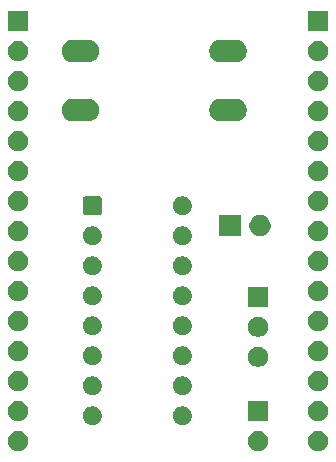
<source format=gbr>
%TF.GenerationSoftware,KiCad,Pcbnew,9.0.3*%
%TF.CreationDate,2025-08-23T20:31:56+05:30*%
%TF.ProjectId,Design1,44657369-676e-4312-9e6b-696361645f70,rev?*%
%TF.SameCoordinates,Original*%
%TF.FileFunction,Soldermask,Top*%
%TF.FilePolarity,Negative*%
%FSLAX46Y46*%
G04 Gerber Fmt 4.6, Leading zero omitted, Abs format (unit mm)*
G04 Created by KiCad (PCBNEW 9.0.3) date 2025-08-23 20:31:56*
%MOMM*%
%LPD*%
G01*
G04 APERTURE LIST*
G04 APERTURE END LIST*
G36*
X132326742Y-95706601D02*
G01*
X132480687Y-95770367D01*
X132619234Y-95862941D01*
X132737059Y-95980766D01*
X132829633Y-96119313D01*
X132893399Y-96273258D01*
X132925907Y-96436685D01*
X132925907Y-96603315D01*
X132893399Y-96766742D01*
X132829633Y-96920687D01*
X132737059Y-97059234D01*
X132619234Y-97177059D01*
X132480687Y-97269633D01*
X132326742Y-97333399D01*
X132163315Y-97365907D01*
X131996685Y-97365907D01*
X131833258Y-97333399D01*
X131679313Y-97269633D01*
X131540766Y-97177059D01*
X131422941Y-97059234D01*
X131330367Y-96920687D01*
X131266601Y-96766742D01*
X131234093Y-96603315D01*
X131234093Y-96436685D01*
X131266601Y-96273258D01*
X131330367Y-96119313D01*
X131422941Y-95980766D01*
X131540766Y-95862941D01*
X131679313Y-95770367D01*
X131833258Y-95706601D01*
X131996685Y-95674093D01*
X132163315Y-95674093D01*
X132326742Y-95706601D01*
G37*
G36*
X152646742Y-95706601D02*
G01*
X152800687Y-95770367D01*
X152939234Y-95862941D01*
X153057059Y-95980766D01*
X153149633Y-96119313D01*
X153213399Y-96273258D01*
X153245907Y-96436685D01*
X153245907Y-96603315D01*
X153213399Y-96766742D01*
X153149633Y-96920687D01*
X153057059Y-97059234D01*
X152939234Y-97177059D01*
X152800687Y-97269633D01*
X152646742Y-97333399D01*
X152483315Y-97365907D01*
X152316685Y-97365907D01*
X152153258Y-97333399D01*
X151999313Y-97269633D01*
X151860766Y-97177059D01*
X151742941Y-97059234D01*
X151650367Y-96920687D01*
X151586601Y-96766742D01*
X151554093Y-96603315D01*
X151554093Y-96436685D01*
X151586601Y-96273258D01*
X151650367Y-96119313D01*
X151742941Y-95980766D01*
X151860766Y-95862941D01*
X151999313Y-95770367D01*
X152153258Y-95706601D01*
X152316685Y-95674093D01*
X152483315Y-95674093D01*
X152646742Y-95706601D01*
G37*
G36*
X157726742Y-95706601D02*
G01*
X157880687Y-95770367D01*
X158019234Y-95862941D01*
X158137059Y-95980766D01*
X158229633Y-96119313D01*
X158293399Y-96273258D01*
X158325907Y-96436685D01*
X158325907Y-96603315D01*
X158293399Y-96766742D01*
X158229633Y-96920687D01*
X158137059Y-97059234D01*
X158019234Y-97177059D01*
X157880687Y-97269633D01*
X157726742Y-97333399D01*
X157563315Y-97365907D01*
X157396685Y-97365907D01*
X157233258Y-97333399D01*
X157079313Y-97269633D01*
X156940766Y-97177059D01*
X156822941Y-97059234D01*
X156730367Y-96920687D01*
X156666601Y-96766742D01*
X156634093Y-96603315D01*
X156634093Y-96436685D01*
X156666601Y-96273258D01*
X156730367Y-96119313D01*
X156822941Y-95980766D01*
X156940766Y-95862941D01*
X157079313Y-95770367D01*
X157233258Y-95706601D01*
X157396685Y-95674093D01*
X157563315Y-95674093D01*
X157726742Y-95706601D01*
G37*
G36*
X138602228Y-93604448D02*
G01*
X138747117Y-93664463D01*
X138877515Y-93751592D01*
X138988408Y-93862485D01*
X139075537Y-93992883D01*
X139135552Y-94137772D01*
X139166148Y-94291586D01*
X139166148Y-94448414D01*
X139135552Y-94602228D01*
X139075537Y-94747117D01*
X138988408Y-94877515D01*
X138877515Y-94988408D01*
X138747117Y-95075537D01*
X138602228Y-95135552D01*
X138448414Y-95166148D01*
X138291586Y-95166148D01*
X138137772Y-95135552D01*
X137992883Y-95075537D01*
X137862485Y-94988408D01*
X137751592Y-94877515D01*
X137664463Y-94747117D01*
X137604448Y-94602228D01*
X137573852Y-94448414D01*
X137573852Y-94291586D01*
X137604448Y-94137772D01*
X137664463Y-93992883D01*
X137751592Y-93862485D01*
X137862485Y-93751592D01*
X137992883Y-93664463D01*
X138137772Y-93604448D01*
X138291586Y-93573852D01*
X138448414Y-93573852D01*
X138602228Y-93604448D01*
G37*
G36*
X146222228Y-93604448D02*
G01*
X146367117Y-93664463D01*
X146497515Y-93751592D01*
X146608408Y-93862485D01*
X146695537Y-93992883D01*
X146755552Y-94137772D01*
X146786148Y-94291586D01*
X146786148Y-94448414D01*
X146755552Y-94602228D01*
X146695537Y-94747117D01*
X146608408Y-94877515D01*
X146497515Y-94988408D01*
X146367117Y-95075537D01*
X146222228Y-95135552D01*
X146068414Y-95166148D01*
X145911586Y-95166148D01*
X145757772Y-95135552D01*
X145612883Y-95075537D01*
X145482485Y-94988408D01*
X145371592Y-94877515D01*
X145284463Y-94747117D01*
X145224448Y-94602228D01*
X145193852Y-94448414D01*
X145193852Y-94291586D01*
X145224448Y-94137772D01*
X145284463Y-93992883D01*
X145371592Y-93862485D01*
X145482485Y-93751592D01*
X145612883Y-93664463D01*
X145757772Y-93604448D01*
X145911586Y-93573852D01*
X146068414Y-93573852D01*
X146222228Y-93604448D01*
G37*
G36*
X153250000Y-94830000D02*
G01*
X151550000Y-94830000D01*
X151550000Y-93130000D01*
X153250000Y-93130000D01*
X153250000Y-94830000D01*
G37*
G36*
X132326742Y-93166601D02*
G01*
X132480687Y-93230367D01*
X132619234Y-93322941D01*
X132737059Y-93440766D01*
X132829633Y-93579313D01*
X132893399Y-93733258D01*
X132925907Y-93896685D01*
X132925907Y-94063315D01*
X132893399Y-94226742D01*
X132829633Y-94380687D01*
X132737059Y-94519234D01*
X132619234Y-94637059D01*
X132480687Y-94729633D01*
X132326742Y-94793399D01*
X132163315Y-94825907D01*
X131996685Y-94825907D01*
X131833258Y-94793399D01*
X131679313Y-94729633D01*
X131540766Y-94637059D01*
X131422941Y-94519234D01*
X131330367Y-94380687D01*
X131266601Y-94226742D01*
X131234093Y-94063315D01*
X131234093Y-93896685D01*
X131266601Y-93733258D01*
X131330367Y-93579313D01*
X131422941Y-93440766D01*
X131540766Y-93322941D01*
X131679313Y-93230367D01*
X131833258Y-93166601D01*
X131996685Y-93134093D01*
X132163315Y-93134093D01*
X132326742Y-93166601D01*
G37*
G36*
X157726742Y-93166601D02*
G01*
X157880687Y-93230367D01*
X158019234Y-93322941D01*
X158137059Y-93440766D01*
X158229633Y-93579313D01*
X158293399Y-93733258D01*
X158325907Y-93896685D01*
X158325907Y-94063315D01*
X158293399Y-94226742D01*
X158229633Y-94380687D01*
X158137059Y-94519234D01*
X158019234Y-94637059D01*
X157880687Y-94729633D01*
X157726742Y-94793399D01*
X157563315Y-94825907D01*
X157396685Y-94825907D01*
X157233258Y-94793399D01*
X157079313Y-94729633D01*
X156940766Y-94637059D01*
X156822941Y-94519234D01*
X156730367Y-94380687D01*
X156666601Y-94226742D01*
X156634093Y-94063315D01*
X156634093Y-93896685D01*
X156666601Y-93733258D01*
X156730367Y-93579313D01*
X156822941Y-93440766D01*
X156940766Y-93322941D01*
X157079313Y-93230367D01*
X157233258Y-93166601D01*
X157396685Y-93134093D01*
X157563315Y-93134093D01*
X157726742Y-93166601D01*
G37*
G36*
X138602228Y-91064448D02*
G01*
X138747117Y-91124463D01*
X138877515Y-91211592D01*
X138988408Y-91322485D01*
X139075537Y-91452883D01*
X139135552Y-91597772D01*
X139166148Y-91751586D01*
X139166148Y-91908414D01*
X139135552Y-92062228D01*
X139075537Y-92207117D01*
X138988408Y-92337515D01*
X138877515Y-92448408D01*
X138747117Y-92535537D01*
X138602228Y-92595552D01*
X138448414Y-92626148D01*
X138291586Y-92626148D01*
X138137772Y-92595552D01*
X137992883Y-92535537D01*
X137862485Y-92448408D01*
X137751592Y-92337515D01*
X137664463Y-92207117D01*
X137604448Y-92062228D01*
X137573852Y-91908414D01*
X137573852Y-91751586D01*
X137604448Y-91597772D01*
X137664463Y-91452883D01*
X137751592Y-91322485D01*
X137862485Y-91211592D01*
X137992883Y-91124463D01*
X138137772Y-91064448D01*
X138291586Y-91033852D01*
X138448414Y-91033852D01*
X138602228Y-91064448D01*
G37*
G36*
X146222228Y-91064448D02*
G01*
X146367117Y-91124463D01*
X146497515Y-91211592D01*
X146608408Y-91322485D01*
X146695537Y-91452883D01*
X146755552Y-91597772D01*
X146786148Y-91751586D01*
X146786148Y-91908414D01*
X146755552Y-92062228D01*
X146695537Y-92207117D01*
X146608408Y-92337515D01*
X146497515Y-92448408D01*
X146367117Y-92535537D01*
X146222228Y-92595552D01*
X146068414Y-92626148D01*
X145911586Y-92626148D01*
X145757772Y-92595552D01*
X145612883Y-92535537D01*
X145482485Y-92448408D01*
X145371592Y-92337515D01*
X145284463Y-92207117D01*
X145224448Y-92062228D01*
X145193852Y-91908414D01*
X145193852Y-91751586D01*
X145224448Y-91597772D01*
X145284463Y-91452883D01*
X145371592Y-91322485D01*
X145482485Y-91211592D01*
X145612883Y-91124463D01*
X145757772Y-91064448D01*
X145911586Y-91033852D01*
X146068414Y-91033852D01*
X146222228Y-91064448D01*
G37*
G36*
X132326742Y-90626601D02*
G01*
X132480687Y-90690367D01*
X132619234Y-90782941D01*
X132737059Y-90900766D01*
X132829633Y-91039313D01*
X132893399Y-91193258D01*
X132925907Y-91356685D01*
X132925907Y-91523315D01*
X132893399Y-91686742D01*
X132829633Y-91840687D01*
X132737059Y-91979234D01*
X132619234Y-92097059D01*
X132480687Y-92189633D01*
X132326742Y-92253399D01*
X132163315Y-92285907D01*
X131996685Y-92285907D01*
X131833258Y-92253399D01*
X131679313Y-92189633D01*
X131540766Y-92097059D01*
X131422941Y-91979234D01*
X131330367Y-91840687D01*
X131266601Y-91686742D01*
X131234093Y-91523315D01*
X131234093Y-91356685D01*
X131266601Y-91193258D01*
X131330367Y-91039313D01*
X131422941Y-90900766D01*
X131540766Y-90782941D01*
X131679313Y-90690367D01*
X131833258Y-90626601D01*
X131996685Y-90594093D01*
X132163315Y-90594093D01*
X132326742Y-90626601D01*
G37*
G36*
X157726742Y-90626601D02*
G01*
X157880687Y-90690367D01*
X158019234Y-90782941D01*
X158137059Y-90900766D01*
X158229633Y-91039313D01*
X158293399Y-91193258D01*
X158325907Y-91356685D01*
X158325907Y-91523315D01*
X158293399Y-91686742D01*
X158229633Y-91840687D01*
X158137059Y-91979234D01*
X158019234Y-92097059D01*
X157880687Y-92189633D01*
X157726742Y-92253399D01*
X157563315Y-92285907D01*
X157396685Y-92285907D01*
X157233258Y-92253399D01*
X157079313Y-92189633D01*
X156940766Y-92097059D01*
X156822941Y-91979234D01*
X156730367Y-91840687D01*
X156666601Y-91686742D01*
X156634093Y-91523315D01*
X156634093Y-91356685D01*
X156666601Y-91193258D01*
X156730367Y-91039313D01*
X156822941Y-90900766D01*
X156940766Y-90782941D01*
X157079313Y-90690367D01*
X157233258Y-90626601D01*
X157396685Y-90594093D01*
X157563315Y-90594093D01*
X157726742Y-90626601D01*
G37*
G36*
X152646742Y-88576601D02*
G01*
X152800687Y-88640367D01*
X152939234Y-88732941D01*
X153057059Y-88850766D01*
X153149633Y-88989313D01*
X153213399Y-89143258D01*
X153245907Y-89306685D01*
X153245907Y-89473315D01*
X153213399Y-89636742D01*
X153149633Y-89790687D01*
X153057059Y-89929234D01*
X152939234Y-90047059D01*
X152800687Y-90139633D01*
X152646742Y-90203399D01*
X152483315Y-90235907D01*
X152316685Y-90235907D01*
X152153258Y-90203399D01*
X151999313Y-90139633D01*
X151860766Y-90047059D01*
X151742941Y-89929234D01*
X151650367Y-89790687D01*
X151586601Y-89636742D01*
X151554093Y-89473315D01*
X151554093Y-89306685D01*
X151586601Y-89143258D01*
X151650367Y-88989313D01*
X151742941Y-88850766D01*
X151860766Y-88732941D01*
X151999313Y-88640367D01*
X152153258Y-88576601D01*
X152316685Y-88544093D01*
X152483315Y-88544093D01*
X152646742Y-88576601D01*
G37*
G36*
X138602228Y-88524448D02*
G01*
X138747117Y-88584463D01*
X138877515Y-88671592D01*
X138988408Y-88782485D01*
X139075537Y-88912883D01*
X139135552Y-89057772D01*
X139166148Y-89211586D01*
X139166148Y-89368414D01*
X139135552Y-89522228D01*
X139075537Y-89667117D01*
X138988408Y-89797515D01*
X138877515Y-89908408D01*
X138747117Y-89995537D01*
X138602228Y-90055552D01*
X138448414Y-90086148D01*
X138291586Y-90086148D01*
X138137772Y-90055552D01*
X137992883Y-89995537D01*
X137862485Y-89908408D01*
X137751592Y-89797515D01*
X137664463Y-89667117D01*
X137604448Y-89522228D01*
X137573852Y-89368414D01*
X137573852Y-89211586D01*
X137604448Y-89057772D01*
X137664463Y-88912883D01*
X137751592Y-88782485D01*
X137862485Y-88671592D01*
X137992883Y-88584463D01*
X138137772Y-88524448D01*
X138291586Y-88493852D01*
X138448414Y-88493852D01*
X138602228Y-88524448D01*
G37*
G36*
X146222228Y-88524448D02*
G01*
X146367117Y-88584463D01*
X146497515Y-88671592D01*
X146608408Y-88782485D01*
X146695537Y-88912883D01*
X146755552Y-89057772D01*
X146786148Y-89211586D01*
X146786148Y-89368414D01*
X146755552Y-89522228D01*
X146695537Y-89667117D01*
X146608408Y-89797515D01*
X146497515Y-89908408D01*
X146367117Y-89995537D01*
X146222228Y-90055552D01*
X146068414Y-90086148D01*
X145911586Y-90086148D01*
X145757772Y-90055552D01*
X145612883Y-89995537D01*
X145482485Y-89908408D01*
X145371592Y-89797515D01*
X145284463Y-89667117D01*
X145224448Y-89522228D01*
X145193852Y-89368414D01*
X145193852Y-89211586D01*
X145224448Y-89057772D01*
X145284463Y-88912883D01*
X145371592Y-88782485D01*
X145482485Y-88671592D01*
X145612883Y-88584463D01*
X145757772Y-88524448D01*
X145911586Y-88493852D01*
X146068414Y-88493852D01*
X146222228Y-88524448D01*
G37*
G36*
X132326742Y-88086601D02*
G01*
X132480687Y-88150367D01*
X132619234Y-88242941D01*
X132737059Y-88360766D01*
X132829633Y-88499313D01*
X132893399Y-88653258D01*
X132925907Y-88816685D01*
X132925907Y-88983315D01*
X132893399Y-89146742D01*
X132829633Y-89300687D01*
X132737059Y-89439234D01*
X132619234Y-89557059D01*
X132480687Y-89649633D01*
X132326742Y-89713399D01*
X132163315Y-89745907D01*
X131996685Y-89745907D01*
X131833258Y-89713399D01*
X131679313Y-89649633D01*
X131540766Y-89557059D01*
X131422941Y-89439234D01*
X131330367Y-89300687D01*
X131266601Y-89146742D01*
X131234093Y-88983315D01*
X131234093Y-88816685D01*
X131266601Y-88653258D01*
X131330367Y-88499313D01*
X131422941Y-88360766D01*
X131540766Y-88242941D01*
X131679313Y-88150367D01*
X131833258Y-88086601D01*
X131996685Y-88054093D01*
X132163315Y-88054093D01*
X132326742Y-88086601D01*
G37*
G36*
X157726742Y-88086601D02*
G01*
X157880687Y-88150367D01*
X158019234Y-88242941D01*
X158137059Y-88360766D01*
X158229633Y-88499313D01*
X158293399Y-88653258D01*
X158325907Y-88816685D01*
X158325907Y-88983315D01*
X158293399Y-89146742D01*
X158229633Y-89300687D01*
X158137059Y-89439234D01*
X158019234Y-89557059D01*
X157880687Y-89649633D01*
X157726742Y-89713399D01*
X157563315Y-89745907D01*
X157396685Y-89745907D01*
X157233258Y-89713399D01*
X157079313Y-89649633D01*
X156940766Y-89557059D01*
X156822941Y-89439234D01*
X156730367Y-89300687D01*
X156666601Y-89146742D01*
X156634093Y-88983315D01*
X156634093Y-88816685D01*
X156666601Y-88653258D01*
X156730367Y-88499313D01*
X156822941Y-88360766D01*
X156940766Y-88242941D01*
X157079313Y-88150367D01*
X157233258Y-88086601D01*
X157396685Y-88054093D01*
X157563315Y-88054093D01*
X157726742Y-88086601D01*
G37*
G36*
X152646742Y-86036601D02*
G01*
X152800687Y-86100367D01*
X152939234Y-86192941D01*
X153057059Y-86310766D01*
X153149633Y-86449313D01*
X153213399Y-86603258D01*
X153245907Y-86766685D01*
X153245907Y-86933315D01*
X153213399Y-87096742D01*
X153149633Y-87250687D01*
X153057059Y-87389234D01*
X152939234Y-87507059D01*
X152800687Y-87599633D01*
X152646742Y-87663399D01*
X152483315Y-87695907D01*
X152316685Y-87695907D01*
X152153258Y-87663399D01*
X151999313Y-87599633D01*
X151860766Y-87507059D01*
X151742941Y-87389234D01*
X151650367Y-87250687D01*
X151586601Y-87096742D01*
X151554093Y-86933315D01*
X151554093Y-86766685D01*
X151586601Y-86603258D01*
X151650367Y-86449313D01*
X151742941Y-86310766D01*
X151860766Y-86192941D01*
X151999313Y-86100367D01*
X152153258Y-86036601D01*
X152316685Y-86004093D01*
X152483315Y-86004093D01*
X152646742Y-86036601D01*
G37*
G36*
X138602228Y-85984448D02*
G01*
X138747117Y-86044463D01*
X138877515Y-86131592D01*
X138988408Y-86242485D01*
X139075537Y-86372883D01*
X139135552Y-86517772D01*
X139166148Y-86671586D01*
X139166148Y-86828414D01*
X139135552Y-86982228D01*
X139075537Y-87127117D01*
X138988408Y-87257515D01*
X138877515Y-87368408D01*
X138747117Y-87455537D01*
X138602228Y-87515552D01*
X138448414Y-87546148D01*
X138291586Y-87546148D01*
X138137772Y-87515552D01*
X137992883Y-87455537D01*
X137862485Y-87368408D01*
X137751592Y-87257515D01*
X137664463Y-87127117D01*
X137604448Y-86982228D01*
X137573852Y-86828414D01*
X137573852Y-86671586D01*
X137604448Y-86517772D01*
X137664463Y-86372883D01*
X137751592Y-86242485D01*
X137862485Y-86131592D01*
X137992883Y-86044463D01*
X138137772Y-85984448D01*
X138291586Y-85953852D01*
X138448414Y-85953852D01*
X138602228Y-85984448D01*
G37*
G36*
X146222228Y-85984448D02*
G01*
X146367117Y-86044463D01*
X146497515Y-86131592D01*
X146608408Y-86242485D01*
X146695537Y-86372883D01*
X146755552Y-86517772D01*
X146786148Y-86671586D01*
X146786148Y-86828414D01*
X146755552Y-86982228D01*
X146695537Y-87127117D01*
X146608408Y-87257515D01*
X146497515Y-87368408D01*
X146367117Y-87455537D01*
X146222228Y-87515552D01*
X146068414Y-87546148D01*
X145911586Y-87546148D01*
X145757772Y-87515552D01*
X145612883Y-87455537D01*
X145482485Y-87368408D01*
X145371592Y-87257515D01*
X145284463Y-87127117D01*
X145224448Y-86982228D01*
X145193852Y-86828414D01*
X145193852Y-86671586D01*
X145224448Y-86517772D01*
X145284463Y-86372883D01*
X145371592Y-86242485D01*
X145482485Y-86131592D01*
X145612883Y-86044463D01*
X145757772Y-85984448D01*
X145911586Y-85953852D01*
X146068414Y-85953852D01*
X146222228Y-85984448D01*
G37*
G36*
X132326742Y-85546601D02*
G01*
X132480687Y-85610367D01*
X132619234Y-85702941D01*
X132737059Y-85820766D01*
X132829633Y-85959313D01*
X132893399Y-86113258D01*
X132925907Y-86276685D01*
X132925907Y-86443315D01*
X132893399Y-86606742D01*
X132829633Y-86760687D01*
X132737059Y-86899234D01*
X132619234Y-87017059D01*
X132480687Y-87109633D01*
X132326742Y-87173399D01*
X132163315Y-87205907D01*
X131996685Y-87205907D01*
X131833258Y-87173399D01*
X131679313Y-87109633D01*
X131540766Y-87017059D01*
X131422941Y-86899234D01*
X131330367Y-86760687D01*
X131266601Y-86606742D01*
X131234093Y-86443315D01*
X131234093Y-86276685D01*
X131266601Y-86113258D01*
X131330367Y-85959313D01*
X131422941Y-85820766D01*
X131540766Y-85702941D01*
X131679313Y-85610367D01*
X131833258Y-85546601D01*
X131996685Y-85514093D01*
X132163315Y-85514093D01*
X132326742Y-85546601D01*
G37*
G36*
X157726742Y-85546601D02*
G01*
X157880687Y-85610367D01*
X158019234Y-85702941D01*
X158137059Y-85820766D01*
X158229633Y-85959313D01*
X158293399Y-86113258D01*
X158325907Y-86276685D01*
X158325907Y-86443315D01*
X158293399Y-86606742D01*
X158229633Y-86760687D01*
X158137059Y-86899234D01*
X158019234Y-87017059D01*
X157880687Y-87109633D01*
X157726742Y-87173399D01*
X157563315Y-87205907D01*
X157396685Y-87205907D01*
X157233258Y-87173399D01*
X157079313Y-87109633D01*
X156940766Y-87017059D01*
X156822941Y-86899234D01*
X156730367Y-86760687D01*
X156666601Y-86606742D01*
X156634093Y-86443315D01*
X156634093Y-86276685D01*
X156666601Y-86113258D01*
X156730367Y-85959313D01*
X156822941Y-85820766D01*
X156940766Y-85702941D01*
X157079313Y-85610367D01*
X157233258Y-85546601D01*
X157396685Y-85514093D01*
X157563315Y-85514093D01*
X157726742Y-85546601D01*
G37*
G36*
X153250000Y-85160000D02*
G01*
X151550000Y-85160000D01*
X151550000Y-83460000D01*
X153250000Y-83460000D01*
X153250000Y-85160000D01*
G37*
G36*
X138602228Y-83444448D02*
G01*
X138747117Y-83504463D01*
X138877515Y-83591592D01*
X138988408Y-83702485D01*
X139075537Y-83832883D01*
X139135552Y-83977772D01*
X139166148Y-84131586D01*
X139166148Y-84288414D01*
X139135552Y-84442228D01*
X139075537Y-84587117D01*
X138988408Y-84717515D01*
X138877515Y-84828408D01*
X138747117Y-84915537D01*
X138602228Y-84975552D01*
X138448414Y-85006148D01*
X138291586Y-85006148D01*
X138137772Y-84975552D01*
X137992883Y-84915537D01*
X137862485Y-84828408D01*
X137751592Y-84717515D01*
X137664463Y-84587117D01*
X137604448Y-84442228D01*
X137573852Y-84288414D01*
X137573852Y-84131586D01*
X137604448Y-83977772D01*
X137664463Y-83832883D01*
X137751592Y-83702485D01*
X137862485Y-83591592D01*
X137992883Y-83504463D01*
X138137772Y-83444448D01*
X138291586Y-83413852D01*
X138448414Y-83413852D01*
X138602228Y-83444448D01*
G37*
G36*
X146222228Y-83444448D02*
G01*
X146367117Y-83504463D01*
X146497515Y-83591592D01*
X146608408Y-83702485D01*
X146695537Y-83832883D01*
X146755552Y-83977772D01*
X146786148Y-84131586D01*
X146786148Y-84288414D01*
X146755552Y-84442228D01*
X146695537Y-84587117D01*
X146608408Y-84717515D01*
X146497515Y-84828408D01*
X146367117Y-84915537D01*
X146222228Y-84975552D01*
X146068414Y-85006148D01*
X145911586Y-85006148D01*
X145757772Y-84975552D01*
X145612883Y-84915537D01*
X145482485Y-84828408D01*
X145371592Y-84717515D01*
X145284463Y-84587117D01*
X145224448Y-84442228D01*
X145193852Y-84288414D01*
X145193852Y-84131586D01*
X145224448Y-83977772D01*
X145284463Y-83832883D01*
X145371592Y-83702485D01*
X145482485Y-83591592D01*
X145612883Y-83504463D01*
X145757772Y-83444448D01*
X145911586Y-83413852D01*
X146068414Y-83413852D01*
X146222228Y-83444448D01*
G37*
G36*
X132326742Y-83006601D02*
G01*
X132480687Y-83070367D01*
X132619234Y-83162941D01*
X132737059Y-83280766D01*
X132829633Y-83419313D01*
X132893399Y-83573258D01*
X132925907Y-83736685D01*
X132925907Y-83903315D01*
X132893399Y-84066742D01*
X132829633Y-84220687D01*
X132737059Y-84359234D01*
X132619234Y-84477059D01*
X132480687Y-84569633D01*
X132326742Y-84633399D01*
X132163315Y-84665907D01*
X131996685Y-84665907D01*
X131833258Y-84633399D01*
X131679313Y-84569633D01*
X131540766Y-84477059D01*
X131422941Y-84359234D01*
X131330367Y-84220687D01*
X131266601Y-84066742D01*
X131234093Y-83903315D01*
X131234093Y-83736685D01*
X131266601Y-83573258D01*
X131330367Y-83419313D01*
X131422941Y-83280766D01*
X131540766Y-83162941D01*
X131679313Y-83070367D01*
X131833258Y-83006601D01*
X131996685Y-82974093D01*
X132163315Y-82974093D01*
X132326742Y-83006601D01*
G37*
G36*
X157726742Y-83006601D02*
G01*
X157880687Y-83070367D01*
X158019234Y-83162941D01*
X158137059Y-83280766D01*
X158229633Y-83419313D01*
X158293399Y-83573258D01*
X158325907Y-83736685D01*
X158325907Y-83903315D01*
X158293399Y-84066742D01*
X158229633Y-84220687D01*
X158137059Y-84359234D01*
X158019234Y-84477059D01*
X157880687Y-84569633D01*
X157726742Y-84633399D01*
X157563315Y-84665907D01*
X157396685Y-84665907D01*
X157233258Y-84633399D01*
X157079313Y-84569633D01*
X156940766Y-84477059D01*
X156822941Y-84359234D01*
X156730367Y-84220687D01*
X156666601Y-84066742D01*
X156634093Y-83903315D01*
X156634093Y-83736685D01*
X156666601Y-83573258D01*
X156730367Y-83419313D01*
X156822941Y-83280766D01*
X156940766Y-83162941D01*
X157079313Y-83070367D01*
X157233258Y-83006601D01*
X157396685Y-82974093D01*
X157563315Y-82974093D01*
X157726742Y-83006601D01*
G37*
G36*
X138602228Y-80904448D02*
G01*
X138747117Y-80964463D01*
X138877515Y-81051592D01*
X138988408Y-81162485D01*
X139075537Y-81292883D01*
X139135552Y-81437772D01*
X139166148Y-81591586D01*
X139166148Y-81748414D01*
X139135552Y-81902228D01*
X139075537Y-82047117D01*
X138988408Y-82177515D01*
X138877515Y-82288408D01*
X138747117Y-82375537D01*
X138602228Y-82435552D01*
X138448414Y-82466148D01*
X138291586Y-82466148D01*
X138137772Y-82435552D01*
X137992883Y-82375537D01*
X137862485Y-82288408D01*
X137751592Y-82177515D01*
X137664463Y-82047117D01*
X137604448Y-81902228D01*
X137573852Y-81748414D01*
X137573852Y-81591586D01*
X137604448Y-81437772D01*
X137664463Y-81292883D01*
X137751592Y-81162485D01*
X137862485Y-81051592D01*
X137992883Y-80964463D01*
X138137772Y-80904448D01*
X138291586Y-80873852D01*
X138448414Y-80873852D01*
X138602228Y-80904448D01*
G37*
G36*
X146222228Y-80904448D02*
G01*
X146367117Y-80964463D01*
X146497515Y-81051592D01*
X146608408Y-81162485D01*
X146695537Y-81292883D01*
X146755552Y-81437772D01*
X146786148Y-81591586D01*
X146786148Y-81748414D01*
X146755552Y-81902228D01*
X146695537Y-82047117D01*
X146608408Y-82177515D01*
X146497515Y-82288408D01*
X146367117Y-82375537D01*
X146222228Y-82435552D01*
X146068414Y-82466148D01*
X145911586Y-82466148D01*
X145757772Y-82435552D01*
X145612883Y-82375537D01*
X145482485Y-82288408D01*
X145371592Y-82177515D01*
X145284463Y-82047117D01*
X145224448Y-81902228D01*
X145193852Y-81748414D01*
X145193852Y-81591586D01*
X145224448Y-81437772D01*
X145284463Y-81292883D01*
X145371592Y-81162485D01*
X145482485Y-81051592D01*
X145612883Y-80964463D01*
X145757772Y-80904448D01*
X145911586Y-80873852D01*
X146068414Y-80873852D01*
X146222228Y-80904448D01*
G37*
G36*
X132326742Y-80466601D02*
G01*
X132480687Y-80530367D01*
X132619234Y-80622941D01*
X132737059Y-80740766D01*
X132829633Y-80879313D01*
X132893399Y-81033258D01*
X132925907Y-81196685D01*
X132925907Y-81363315D01*
X132893399Y-81526742D01*
X132829633Y-81680687D01*
X132737059Y-81819234D01*
X132619234Y-81937059D01*
X132480687Y-82029633D01*
X132326742Y-82093399D01*
X132163315Y-82125907D01*
X131996685Y-82125907D01*
X131833258Y-82093399D01*
X131679313Y-82029633D01*
X131540766Y-81937059D01*
X131422941Y-81819234D01*
X131330367Y-81680687D01*
X131266601Y-81526742D01*
X131234093Y-81363315D01*
X131234093Y-81196685D01*
X131266601Y-81033258D01*
X131330367Y-80879313D01*
X131422941Y-80740766D01*
X131540766Y-80622941D01*
X131679313Y-80530367D01*
X131833258Y-80466601D01*
X131996685Y-80434093D01*
X132163315Y-80434093D01*
X132326742Y-80466601D01*
G37*
G36*
X157726742Y-80466601D02*
G01*
X157880687Y-80530367D01*
X158019234Y-80622941D01*
X158137059Y-80740766D01*
X158229633Y-80879313D01*
X158293399Y-81033258D01*
X158325907Y-81196685D01*
X158325907Y-81363315D01*
X158293399Y-81526742D01*
X158229633Y-81680687D01*
X158137059Y-81819234D01*
X158019234Y-81937059D01*
X157880687Y-82029633D01*
X157726742Y-82093399D01*
X157563315Y-82125907D01*
X157396685Y-82125907D01*
X157233258Y-82093399D01*
X157079313Y-82029633D01*
X156940766Y-81937059D01*
X156822941Y-81819234D01*
X156730367Y-81680687D01*
X156666601Y-81526742D01*
X156634093Y-81363315D01*
X156634093Y-81196685D01*
X156666601Y-81033258D01*
X156730367Y-80879313D01*
X156822941Y-80740766D01*
X156940766Y-80622941D01*
X157079313Y-80530367D01*
X157233258Y-80466601D01*
X157396685Y-80434093D01*
X157563315Y-80434093D01*
X157726742Y-80466601D01*
G37*
G36*
X138602228Y-78364448D02*
G01*
X138747117Y-78424463D01*
X138877515Y-78511592D01*
X138988408Y-78622485D01*
X139075537Y-78752883D01*
X139135552Y-78897772D01*
X139166148Y-79051586D01*
X139166148Y-79208414D01*
X139135552Y-79362228D01*
X139075537Y-79507117D01*
X138988408Y-79637515D01*
X138877515Y-79748408D01*
X138747117Y-79835537D01*
X138602228Y-79895552D01*
X138448414Y-79926148D01*
X138291586Y-79926148D01*
X138137772Y-79895552D01*
X137992883Y-79835537D01*
X137862485Y-79748408D01*
X137751592Y-79637515D01*
X137664463Y-79507117D01*
X137604448Y-79362228D01*
X137573852Y-79208414D01*
X137573852Y-79051586D01*
X137604448Y-78897772D01*
X137664463Y-78752883D01*
X137751592Y-78622485D01*
X137862485Y-78511592D01*
X137992883Y-78424463D01*
X138137772Y-78364448D01*
X138291586Y-78333852D01*
X138448414Y-78333852D01*
X138602228Y-78364448D01*
G37*
G36*
X146222228Y-78364448D02*
G01*
X146367117Y-78424463D01*
X146497515Y-78511592D01*
X146608408Y-78622485D01*
X146695537Y-78752883D01*
X146755552Y-78897772D01*
X146786148Y-79051586D01*
X146786148Y-79208414D01*
X146755552Y-79362228D01*
X146695537Y-79507117D01*
X146608408Y-79637515D01*
X146497515Y-79748408D01*
X146367117Y-79835537D01*
X146222228Y-79895552D01*
X146068414Y-79926148D01*
X145911586Y-79926148D01*
X145757772Y-79895552D01*
X145612883Y-79835537D01*
X145482485Y-79748408D01*
X145371592Y-79637515D01*
X145284463Y-79507117D01*
X145224448Y-79362228D01*
X145193852Y-79208414D01*
X145193852Y-79051586D01*
X145224448Y-78897772D01*
X145284463Y-78752883D01*
X145371592Y-78622485D01*
X145482485Y-78511592D01*
X145612883Y-78424463D01*
X145757772Y-78364448D01*
X145911586Y-78333852D01*
X146068414Y-78333852D01*
X146222228Y-78364448D01*
G37*
G36*
X132326742Y-77926601D02*
G01*
X132480687Y-77990367D01*
X132619234Y-78082941D01*
X132737059Y-78200766D01*
X132829633Y-78339313D01*
X132893399Y-78493258D01*
X132925907Y-78656685D01*
X132925907Y-78823315D01*
X132893399Y-78986742D01*
X132829633Y-79140687D01*
X132737059Y-79279234D01*
X132619234Y-79397059D01*
X132480687Y-79489633D01*
X132326742Y-79553399D01*
X132163315Y-79585907D01*
X131996685Y-79585907D01*
X131833258Y-79553399D01*
X131679313Y-79489633D01*
X131540766Y-79397059D01*
X131422941Y-79279234D01*
X131330367Y-79140687D01*
X131266601Y-78986742D01*
X131234093Y-78823315D01*
X131234093Y-78656685D01*
X131266601Y-78493258D01*
X131330367Y-78339313D01*
X131422941Y-78200766D01*
X131540766Y-78082941D01*
X131679313Y-77990367D01*
X131833258Y-77926601D01*
X131996685Y-77894093D01*
X132163315Y-77894093D01*
X132326742Y-77926601D01*
G37*
G36*
X157726742Y-77926601D02*
G01*
X157880687Y-77990367D01*
X158019234Y-78082941D01*
X158137059Y-78200766D01*
X158229633Y-78339313D01*
X158293399Y-78493258D01*
X158325907Y-78656685D01*
X158325907Y-78823315D01*
X158293399Y-78986742D01*
X158229633Y-79140687D01*
X158137059Y-79279234D01*
X158019234Y-79397059D01*
X157880687Y-79489633D01*
X157726742Y-79553399D01*
X157563315Y-79585907D01*
X157396685Y-79585907D01*
X157233258Y-79553399D01*
X157079313Y-79489633D01*
X156940766Y-79397059D01*
X156822941Y-79279234D01*
X156730367Y-79140687D01*
X156666601Y-78986742D01*
X156634093Y-78823315D01*
X156634093Y-78656685D01*
X156666601Y-78493258D01*
X156730367Y-78339313D01*
X156822941Y-78200766D01*
X156940766Y-78082941D01*
X157079313Y-77990367D01*
X157233258Y-77926601D01*
X157396685Y-77894093D01*
X157563315Y-77894093D01*
X157726742Y-77926601D01*
G37*
G36*
X150930000Y-79180000D02*
G01*
X149130000Y-79180000D01*
X149130000Y-77380000D01*
X150930000Y-77380000D01*
X150930000Y-79180000D01*
G37*
G36*
X152831256Y-77418754D02*
G01*
X152994257Y-77486271D01*
X153140954Y-77584291D01*
X153265709Y-77709046D01*
X153363729Y-77855743D01*
X153431246Y-78018744D01*
X153465666Y-78191785D01*
X153465666Y-78368215D01*
X153431246Y-78541256D01*
X153363729Y-78704257D01*
X153265709Y-78850954D01*
X153140954Y-78975709D01*
X152994257Y-79073729D01*
X152831256Y-79141246D01*
X152658215Y-79175666D01*
X152481785Y-79175666D01*
X152308744Y-79141246D01*
X152145743Y-79073729D01*
X151999046Y-78975709D01*
X151874291Y-78850954D01*
X151776271Y-78704257D01*
X151708754Y-78541256D01*
X151674334Y-78368215D01*
X151674334Y-78191785D01*
X151708754Y-78018744D01*
X151776271Y-77855743D01*
X151874291Y-77709046D01*
X151999046Y-77584291D01*
X152145743Y-77486271D01*
X152308744Y-77418754D01*
X152481785Y-77384334D01*
X152658215Y-77384334D01*
X152831256Y-77418754D01*
G37*
G36*
X138924047Y-75790805D02*
G01*
X138975408Y-75796764D01*
X138992954Y-75804511D01*
X139015671Y-75809030D01*
X139039991Y-75825280D01*
X139060793Y-75834465D01*
X139075000Y-75848672D01*
X139096777Y-75863223D01*
X139111327Y-75884999D01*
X139125534Y-75899206D01*
X139134718Y-75920006D01*
X139150970Y-75944329D01*
X139155489Y-75967048D01*
X139163235Y-75984591D01*
X139169192Y-76035940D01*
X139170000Y-76040000D01*
X139170000Y-77140000D01*
X139169192Y-77144059D01*
X139163235Y-77195408D01*
X139155489Y-77212950D01*
X139150970Y-77235671D01*
X139134716Y-77259995D01*
X139125534Y-77280793D01*
X139111329Y-77294997D01*
X139096777Y-77316777D01*
X139074997Y-77331329D01*
X139060793Y-77345534D01*
X139039995Y-77354716D01*
X139015671Y-77370970D01*
X138992950Y-77375489D01*
X138975408Y-77383235D01*
X138924061Y-77389192D01*
X138920000Y-77390000D01*
X137820000Y-77390000D01*
X137815941Y-77389192D01*
X137764591Y-77383235D01*
X137747048Y-77375489D01*
X137724329Y-77370970D01*
X137700006Y-77354718D01*
X137679206Y-77345534D01*
X137664999Y-77331327D01*
X137643223Y-77316777D01*
X137628672Y-77295000D01*
X137614465Y-77280793D01*
X137605280Y-77259991D01*
X137589030Y-77235671D01*
X137584511Y-77212954D01*
X137576764Y-77195408D01*
X137570805Y-77144049D01*
X137570000Y-77140000D01*
X137570000Y-76040000D01*
X137570804Y-76035953D01*
X137576764Y-75984591D01*
X137584511Y-75967043D01*
X137589030Y-75944329D01*
X137605278Y-75920010D01*
X137614465Y-75899206D01*
X137628674Y-75884996D01*
X137643223Y-75863223D01*
X137664996Y-75848674D01*
X137679206Y-75834465D01*
X137700010Y-75825278D01*
X137724329Y-75809030D01*
X137747043Y-75804511D01*
X137764591Y-75796764D01*
X137815952Y-75790805D01*
X137820000Y-75790000D01*
X138920000Y-75790000D01*
X138924047Y-75790805D01*
G37*
G36*
X146222228Y-75824448D02*
G01*
X146367117Y-75884463D01*
X146497515Y-75971592D01*
X146608408Y-76082485D01*
X146695537Y-76212883D01*
X146755552Y-76357772D01*
X146786148Y-76511586D01*
X146786148Y-76668414D01*
X146755552Y-76822228D01*
X146695537Y-76967117D01*
X146608408Y-77097515D01*
X146497515Y-77208408D01*
X146367117Y-77295537D01*
X146222228Y-77355552D01*
X146068414Y-77386148D01*
X145911586Y-77386148D01*
X145757772Y-77355552D01*
X145612883Y-77295537D01*
X145482485Y-77208408D01*
X145371592Y-77097515D01*
X145284463Y-76967117D01*
X145224448Y-76822228D01*
X145193852Y-76668414D01*
X145193852Y-76511586D01*
X145224448Y-76357772D01*
X145284463Y-76212883D01*
X145371592Y-76082485D01*
X145482485Y-75971592D01*
X145612883Y-75884463D01*
X145757772Y-75824448D01*
X145911586Y-75793852D01*
X146068414Y-75793852D01*
X146222228Y-75824448D01*
G37*
G36*
X132326742Y-75386601D02*
G01*
X132480687Y-75450367D01*
X132619234Y-75542941D01*
X132737059Y-75660766D01*
X132829633Y-75799313D01*
X132893399Y-75953258D01*
X132925907Y-76116685D01*
X132925907Y-76283315D01*
X132893399Y-76446742D01*
X132829633Y-76600687D01*
X132737059Y-76739234D01*
X132619234Y-76857059D01*
X132480687Y-76949633D01*
X132326742Y-77013399D01*
X132163315Y-77045907D01*
X131996685Y-77045907D01*
X131833258Y-77013399D01*
X131679313Y-76949633D01*
X131540766Y-76857059D01*
X131422941Y-76739234D01*
X131330367Y-76600687D01*
X131266601Y-76446742D01*
X131234093Y-76283315D01*
X131234093Y-76116685D01*
X131266601Y-75953258D01*
X131330367Y-75799313D01*
X131422941Y-75660766D01*
X131540766Y-75542941D01*
X131679313Y-75450367D01*
X131833258Y-75386601D01*
X131996685Y-75354093D01*
X132163315Y-75354093D01*
X132326742Y-75386601D01*
G37*
G36*
X157726742Y-75386601D02*
G01*
X157880687Y-75450367D01*
X158019234Y-75542941D01*
X158137059Y-75660766D01*
X158229633Y-75799313D01*
X158293399Y-75953258D01*
X158325907Y-76116685D01*
X158325907Y-76283315D01*
X158293399Y-76446742D01*
X158229633Y-76600687D01*
X158137059Y-76739234D01*
X158019234Y-76857059D01*
X157880687Y-76949633D01*
X157726742Y-77013399D01*
X157563315Y-77045907D01*
X157396685Y-77045907D01*
X157233258Y-77013399D01*
X157079313Y-76949633D01*
X156940766Y-76857059D01*
X156822941Y-76739234D01*
X156730367Y-76600687D01*
X156666601Y-76446742D01*
X156634093Y-76283315D01*
X156634093Y-76116685D01*
X156666601Y-75953258D01*
X156730367Y-75799313D01*
X156822941Y-75660766D01*
X156940766Y-75542941D01*
X157079313Y-75450367D01*
X157233258Y-75386601D01*
X157396685Y-75354093D01*
X157563315Y-75354093D01*
X157726742Y-75386601D01*
G37*
G36*
X132326742Y-72846601D02*
G01*
X132480687Y-72910367D01*
X132619234Y-73002941D01*
X132737059Y-73120766D01*
X132829633Y-73259313D01*
X132893399Y-73413258D01*
X132925907Y-73576685D01*
X132925907Y-73743315D01*
X132893399Y-73906742D01*
X132829633Y-74060687D01*
X132737059Y-74199234D01*
X132619234Y-74317059D01*
X132480687Y-74409633D01*
X132326742Y-74473399D01*
X132163315Y-74505907D01*
X131996685Y-74505907D01*
X131833258Y-74473399D01*
X131679313Y-74409633D01*
X131540766Y-74317059D01*
X131422941Y-74199234D01*
X131330367Y-74060687D01*
X131266601Y-73906742D01*
X131234093Y-73743315D01*
X131234093Y-73576685D01*
X131266601Y-73413258D01*
X131330367Y-73259313D01*
X131422941Y-73120766D01*
X131540766Y-73002941D01*
X131679313Y-72910367D01*
X131833258Y-72846601D01*
X131996685Y-72814093D01*
X132163315Y-72814093D01*
X132326742Y-72846601D01*
G37*
G36*
X157726742Y-72846601D02*
G01*
X157880687Y-72910367D01*
X158019234Y-73002941D01*
X158137059Y-73120766D01*
X158229633Y-73259313D01*
X158293399Y-73413258D01*
X158325907Y-73576685D01*
X158325907Y-73743315D01*
X158293399Y-73906742D01*
X158229633Y-74060687D01*
X158137059Y-74199234D01*
X158019234Y-74317059D01*
X157880687Y-74409633D01*
X157726742Y-74473399D01*
X157563315Y-74505907D01*
X157396685Y-74505907D01*
X157233258Y-74473399D01*
X157079313Y-74409633D01*
X156940766Y-74317059D01*
X156822941Y-74199234D01*
X156730367Y-74060687D01*
X156666601Y-73906742D01*
X156634093Y-73743315D01*
X156634093Y-73576685D01*
X156666601Y-73413258D01*
X156730367Y-73259313D01*
X156822941Y-73120766D01*
X156940766Y-73002941D01*
X157079313Y-72910367D01*
X157233258Y-72846601D01*
X157396685Y-72814093D01*
X157563315Y-72814093D01*
X157726742Y-72846601D01*
G37*
G36*
X132326742Y-70306601D02*
G01*
X132480687Y-70370367D01*
X132619234Y-70462941D01*
X132737059Y-70580766D01*
X132829633Y-70719313D01*
X132893399Y-70873258D01*
X132925907Y-71036685D01*
X132925907Y-71203315D01*
X132893399Y-71366742D01*
X132829633Y-71520687D01*
X132737059Y-71659234D01*
X132619234Y-71777059D01*
X132480687Y-71869633D01*
X132326742Y-71933399D01*
X132163315Y-71965907D01*
X131996685Y-71965907D01*
X131833258Y-71933399D01*
X131679313Y-71869633D01*
X131540766Y-71777059D01*
X131422941Y-71659234D01*
X131330367Y-71520687D01*
X131266601Y-71366742D01*
X131234093Y-71203315D01*
X131234093Y-71036685D01*
X131266601Y-70873258D01*
X131330367Y-70719313D01*
X131422941Y-70580766D01*
X131540766Y-70462941D01*
X131679313Y-70370367D01*
X131833258Y-70306601D01*
X131996685Y-70274093D01*
X132163315Y-70274093D01*
X132326742Y-70306601D01*
G37*
G36*
X157726742Y-70306601D02*
G01*
X157880687Y-70370367D01*
X158019234Y-70462941D01*
X158137059Y-70580766D01*
X158229633Y-70719313D01*
X158293399Y-70873258D01*
X158325907Y-71036685D01*
X158325907Y-71203315D01*
X158293399Y-71366742D01*
X158229633Y-71520687D01*
X158137059Y-71659234D01*
X158019234Y-71777059D01*
X157880687Y-71869633D01*
X157726742Y-71933399D01*
X157563315Y-71965907D01*
X157396685Y-71965907D01*
X157233258Y-71933399D01*
X157079313Y-71869633D01*
X156940766Y-71777059D01*
X156822941Y-71659234D01*
X156730367Y-71520687D01*
X156666601Y-71366742D01*
X156634093Y-71203315D01*
X156634093Y-71036685D01*
X156666601Y-70873258D01*
X156730367Y-70719313D01*
X156822941Y-70580766D01*
X156940766Y-70462941D01*
X157079313Y-70370367D01*
X157233258Y-70306601D01*
X157396685Y-70274093D01*
X157563315Y-70274093D01*
X157726742Y-70306601D01*
G37*
G36*
X138103116Y-67554575D02*
G01*
X138285770Y-67590907D01*
X138457827Y-67662175D01*
X138612674Y-67765640D01*
X138744360Y-67897326D01*
X138847825Y-68052173D01*
X138919093Y-68224230D01*
X138955425Y-68406884D01*
X138955425Y-68593116D01*
X138919093Y-68775770D01*
X138847825Y-68947827D01*
X138744360Y-69102674D01*
X138612674Y-69234360D01*
X138457827Y-69337825D01*
X138285770Y-69409093D01*
X138103116Y-69445425D01*
X138010000Y-69450000D01*
X138008768Y-69450000D01*
X136711232Y-69450000D01*
X136710000Y-69450000D01*
X136616884Y-69445425D01*
X136434230Y-69409093D01*
X136262173Y-69337825D01*
X136107326Y-69234360D01*
X135975640Y-69102674D01*
X135872175Y-68947827D01*
X135800907Y-68775770D01*
X135764575Y-68593116D01*
X135764575Y-68406884D01*
X135800907Y-68224230D01*
X135872175Y-68052173D01*
X135975640Y-67897326D01*
X136107326Y-67765640D01*
X136262173Y-67662175D01*
X136434230Y-67590907D01*
X136616884Y-67554575D01*
X136710000Y-67550000D01*
X138010000Y-67550000D01*
X138103116Y-67554575D01*
G37*
G36*
X150603116Y-67554575D02*
G01*
X150785770Y-67590907D01*
X150957827Y-67662175D01*
X151112674Y-67765640D01*
X151244360Y-67897326D01*
X151347825Y-68052173D01*
X151419093Y-68224230D01*
X151455425Y-68406884D01*
X151455425Y-68593116D01*
X151419093Y-68775770D01*
X151347825Y-68947827D01*
X151244360Y-69102674D01*
X151112674Y-69234360D01*
X150957827Y-69337825D01*
X150785770Y-69409093D01*
X150603116Y-69445425D01*
X150510000Y-69450000D01*
X150508768Y-69450000D01*
X149211232Y-69450000D01*
X149210000Y-69450000D01*
X149116884Y-69445425D01*
X148934230Y-69409093D01*
X148762173Y-69337825D01*
X148607326Y-69234360D01*
X148475640Y-69102674D01*
X148372175Y-68947827D01*
X148300907Y-68775770D01*
X148264575Y-68593116D01*
X148264575Y-68406884D01*
X148300907Y-68224230D01*
X148372175Y-68052173D01*
X148475640Y-67897326D01*
X148607326Y-67765640D01*
X148762173Y-67662175D01*
X148934230Y-67590907D01*
X149116884Y-67554575D01*
X149210000Y-67550000D01*
X150510000Y-67550000D01*
X150603116Y-67554575D01*
G37*
G36*
X132326742Y-67766601D02*
G01*
X132480687Y-67830367D01*
X132619234Y-67922941D01*
X132737059Y-68040766D01*
X132829633Y-68179313D01*
X132893399Y-68333258D01*
X132925907Y-68496685D01*
X132925907Y-68663315D01*
X132893399Y-68826742D01*
X132829633Y-68980687D01*
X132737059Y-69119234D01*
X132619234Y-69237059D01*
X132480687Y-69329633D01*
X132326742Y-69393399D01*
X132163315Y-69425907D01*
X131996685Y-69425907D01*
X131833258Y-69393399D01*
X131679313Y-69329633D01*
X131540766Y-69237059D01*
X131422941Y-69119234D01*
X131330367Y-68980687D01*
X131266601Y-68826742D01*
X131234093Y-68663315D01*
X131234093Y-68496685D01*
X131266601Y-68333258D01*
X131330367Y-68179313D01*
X131422941Y-68040766D01*
X131540766Y-67922941D01*
X131679313Y-67830367D01*
X131833258Y-67766601D01*
X131996685Y-67734093D01*
X132163315Y-67734093D01*
X132326742Y-67766601D01*
G37*
G36*
X157726742Y-67766601D02*
G01*
X157880687Y-67830367D01*
X158019234Y-67922941D01*
X158137059Y-68040766D01*
X158229633Y-68179313D01*
X158293399Y-68333258D01*
X158325907Y-68496685D01*
X158325907Y-68663315D01*
X158293399Y-68826742D01*
X158229633Y-68980687D01*
X158137059Y-69119234D01*
X158019234Y-69237059D01*
X157880687Y-69329633D01*
X157726742Y-69393399D01*
X157563315Y-69425907D01*
X157396685Y-69425907D01*
X157233258Y-69393399D01*
X157079313Y-69329633D01*
X156940766Y-69237059D01*
X156822941Y-69119234D01*
X156730367Y-68980687D01*
X156666601Y-68826742D01*
X156634093Y-68663315D01*
X156634093Y-68496685D01*
X156666601Y-68333258D01*
X156730367Y-68179313D01*
X156822941Y-68040766D01*
X156940766Y-67922941D01*
X157079313Y-67830367D01*
X157233258Y-67766601D01*
X157396685Y-67734093D01*
X157563315Y-67734093D01*
X157726742Y-67766601D01*
G37*
G36*
X132326742Y-65226601D02*
G01*
X132480687Y-65290367D01*
X132619234Y-65382941D01*
X132737059Y-65500766D01*
X132829633Y-65639313D01*
X132893399Y-65793258D01*
X132925907Y-65956685D01*
X132925907Y-66123315D01*
X132893399Y-66286742D01*
X132829633Y-66440687D01*
X132737059Y-66579234D01*
X132619234Y-66697059D01*
X132480687Y-66789633D01*
X132326742Y-66853399D01*
X132163315Y-66885907D01*
X131996685Y-66885907D01*
X131833258Y-66853399D01*
X131679313Y-66789633D01*
X131540766Y-66697059D01*
X131422941Y-66579234D01*
X131330367Y-66440687D01*
X131266601Y-66286742D01*
X131234093Y-66123315D01*
X131234093Y-65956685D01*
X131266601Y-65793258D01*
X131330367Y-65639313D01*
X131422941Y-65500766D01*
X131540766Y-65382941D01*
X131679313Y-65290367D01*
X131833258Y-65226601D01*
X131996685Y-65194093D01*
X132163315Y-65194093D01*
X132326742Y-65226601D01*
G37*
G36*
X157726742Y-65226601D02*
G01*
X157880687Y-65290367D01*
X158019234Y-65382941D01*
X158137059Y-65500766D01*
X158229633Y-65639313D01*
X158293399Y-65793258D01*
X158325907Y-65956685D01*
X158325907Y-66123315D01*
X158293399Y-66286742D01*
X158229633Y-66440687D01*
X158137059Y-66579234D01*
X158019234Y-66697059D01*
X157880687Y-66789633D01*
X157726742Y-66853399D01*
X157563315Y-66885907D01*
X157396685Y-66885907D01*
X157233258Y-66853399D01*
X157079313Y-66789633D01*
X156940766Y-66697059D01*
X156822941Y-66579234D01*
X156730367Y-66440687D01*
X156666601Y-66286742D01*
X156634093Y-66123315D01*
X156634093Y-65956685D01*
X156666601Y-65793258D01*
X156730367Y-65639313D01*
X156822941Y-65500766D01*
X156940766Y-65382941D01*
X157079313Y-65290367D01*
X157233258Y-65226601D01*
X157396685Y-65194093D01*
X157563315Y-65194093D01*
X157726742Y-65226601D01*
G37*
G36*
X138103116Y-62554575D02*
G01*
X138285770Y-62590907D01*
X138457827Y-62662175D01*
X138612674Y-62765640D01*
X138744360Y-62897326D01*
X138847825Y-63052173D01*
X138919093Y-63224230D01*
X138955425Y-63406884D01*
X138955425Y-63593116D01*
X138919093Y-63775770D01*
X138847825Y-63947827D01*
X138744360Y-64102674D01*
X138612674Y-64234360D01*
X138457827Y-64337825D01*
X138285770Y-64409093D01*
X138103116Y-64445425D01*
X138010000Y-64450000D01*
X138008768Y-64450000D01*
X136711232Y-64450000D01*
X136710000Y-64450000D01*
X136616884Y-64445425D01*
X136434230Y-64409093D01*
X136262173Y-64337825D01*
X136107326Y-64234360D01*
X135975640Y-64102674D01*
X135872175Y-63947827D01*
X135800907Y-63775770D01*
X135764575Y-63593116D01*
X135764575Y-63406884D01*
X135800907Y-63224230D01*
X135872175Y-63052173D01*
X135975640Y-62897326D01*
X136107326Y-62765640D01*
X136262173Y-62662175D01*
X136434230Y-62590907D01*
X136616884Y-62554575D01*
X136710000Y-62550000D01*
X138010000Y-62550000D01*
X138103116Y-62554575D01*
G37*
G36*
X150603116Y-62554575D02*
G01*
X150785770Y-62590907D01*
X150957827Y-62662175D01*
X151112674Y-62765640D01*
X151244360Y-62897326D01*
X151347825Y-63052173D01*
X151419093Y-63224230D01*
X151455425Y-63406884D01*
X151455425Y-63593116D01*
X151419093Y-63775770D01*
X151347825Y-63947827D01*
X151244360Y-64102674D01*
X151112674Y-64234360D01*
X150957827Y-64337825D01*
X150785770Y-64409093D01*
X150603116Y-64445425D01*
X150510000Y-64450000D01*
X150508768Y-64450000D01*
X149211232Y-64450000D01*
X149210000Y-64450000D01*
X149116884Y-64445425D01*
X148934230Y-64409093D01*
X148762173Y-64337825D01*
X148607326Y-64234360D01*
X148475640Y-64102674D01*
X148372175Y-63947827D01*
X148300907Y-63775770D01*
X148264575Y-63593116D01*
X148264575Y-63406884D01*
X148300907Y-63224230D01*
X148372175Y-63052173D01*
X148475640Y-62897326D01*
X148607326Y-62765640D01*
X148762173Y-62662175D01*
X148934230Y-62590907D01*
X149116884Y-62554575D01*
X149210000Y-62550000D01*
X150510000Y-62550000D01*
X150603116Y-62554575D01*
G37*
G36*
X132326742Y-62686601D02*
G01*
X132480687Y-62750367D01*
X132619234Y-62842941D01*
X132737059Y-62960766D01*
X132829633Y-63099313D01*
X132893399Y-63253258D01*
X132925907Y-63416685D01*
X132925907Y-63583315D01*
X132893399Y-63746742D01*
X132829633Y-63900687D01*
X132737059Y-64039234D01*
X132619234Y-64157059D01*
X132480687Y-64249633D01*
X132326742Y-64313399D01*
X132163315Y-64345907D01*
X131996685Y-64345907D01*
X131833258Y-64313399D01*
X131679313Y-64249633D01*
X131540766Y-64157059D01*
X131422941Y-64039234D01*
X131330367Y-63900687D01*
X131266601Y-63746742D01*
X131234093Y-63583315D01*
X131234093Y-63416685D01*
X131266601Y-63253258D01*
X131330367Y-63099313D01*
X131422941Y-62960766D01*
X131540766Y-62842941D01*
X131679313Y-62750367D01*
X131833258Y-62686601D01*
X131996685Y-62654093D01*
X132163315Y-62654093D01*
X132326742Y-62686601D01*
G37*
G36*
X157726742Y-62686601D02*
G01*
X157880687Y-62750367D01*
X158019234Y-62842941D01*
X158137059Y-62960766D01*
X158229633Y-63099313D01*
X158293399Y-63253258D01*
X158325907Y-63416685D01*
X158325907Y-63583315D01*
X158293399Y-63746742D01*
X158229633Y-63900687D01*
X158137059Y-64039234D01*
X158019234Y-64157059D01*
X157880687Y-64249633D01*
X157726742Y-64313399D01*
X157563315Y-64345907D01*
X157396685Y-64345907D01*
X157233258Y-64313399D01*
X157079313Y-64249633D01*
X156940766Y-64157059D01*
X156822941Y-64039234D01*
X156730367Y-63900687D01*
X156666601Y-63746742D01*
X156634093Y-63583315D01*
X156634093Y-63416685D01*
X156666601Y-63253258D01*
X156730367Y-63099313D01*
X156822941Y-62960766D01*
X156940766Y-62842941D01*
X157079313Y-62750367D01*
X157233258Y-62686601D01*
X157396685Y-62654093D01*
X157563315Y-62654093D01*
X157726742Y-62686601D01*
G37*
G36*
X132930000Y-61810000D02*
G01*
X131230000Y-61810000D01*
X131230000Y-60110000D01*
X132930000Y-60110000D01*
X132930000Y-61810000D01*
G37*
G36*
X158330000Y-61810000D02*
G01*
X156630000Y-61810000D01*
X156630000Y-60110000D01*
X158330000Y-60110000D01*
X158330000Y-61810000D01*
G37*
M02*

</source>
